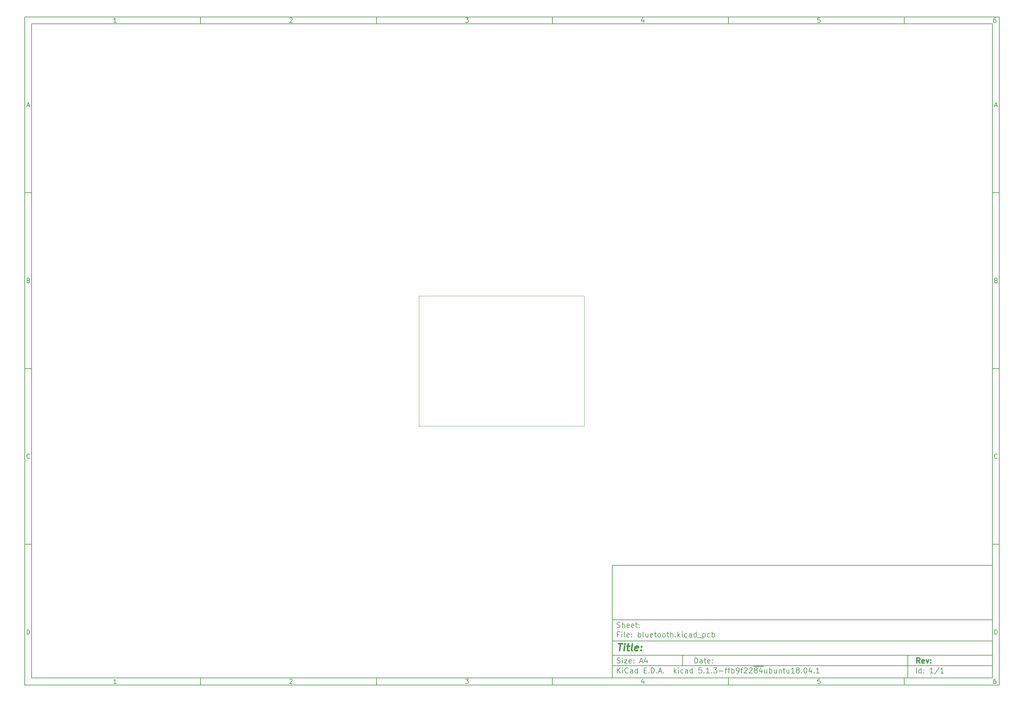
<source format=gbr>
%TF.GenerationSoftware,KiCad,Pcbnew,5.1.3-ffb9f22~84~ubuntu18.04.1*%
%TF.CreationDate,2019-07-25T20:39:45+03:00*%
%TF.ProjectId,bluetooth,626c7565-746f-46f7-9468-2e6b69636164,rev?*%
%TF.SameCoordinates,Original*%
%TF.FileFunction,Profile,NP*%
%FSLAX45Y45*%
G04 Gerber Fmt 4.5, Leading zero omitted, Abs format (unit mm)*
G04 Created by KiCad (PCBNEW 5.1.3-ffb9f22~84~ubuntu18.04.1) date 2019-07-25 20:39:45*
%MOMM*%
%LPD*%
G04 APERTURE LIST*
%ADD10C,0.100000*%
%ADD11C,0.150000*%
%ADD12C,0.300000*%
%ADD13C,0.400000*%
G04 APERTURE END LIST*
D10*
D11*
X17700220Y-16600720D02*
X17700220Y-19800720D01*
X28500220Y-19800720D01*
X28500220Y-16600720D01*
X17700220Y-16600720D01*
D10*
D11*
X1000000Y-1000000D02*
X1000000Y-20000720D01*
X28700220Y-20000720D01*
X28700220Y-1000000D01*
X1000000Y-1000000D01*
D10*
D11*
X1200000Y-1200000D02*
X1200000Y-19800720D01*
X28500220Y-19800720D01*
X28500220Y-1200000D01*
X1200000Y-1200000D01*
D10*
D11*
X6000000Y-1200000D02*
X6000000Y-1000000D01*
D10*
D11*
X11000000Y-1200000D02*
X11000000Y-1000000D01*
D10*
D11*
X16000000Y-1200000D02*
X16000000Y-1000000D01*
D10*
D11*
X21000000Y-1200000D02*
X21000000Y-1000000D01*
D10*
D11*
X26000000Y-1200000D02*
X26000000Y-1000000D01*
D10*
D11*
X3606548Y-1158810D02*
X3532262Y-1158810D01*
X3569405Y-1158810D02*
X3569405Y-1028809D01*
X3557024Y-1047381D01*
X3544643Y-1059762D01*
X3532262Y-1065952D01*
D10*
D11*
X8532262Y-1041190D02*
X8538452Y-1035000D01*
X8550833Y-1028809D01*
X8581786Y-1028809D01*
X8594167Y-1035000D01*
X8600357Y-1041190D01*
X8606548Y-1053571D01*
X8606548Y-1065952D01*
X8600357Y-1084524D01*
X8526071Y-1158810D01*
X8606548Y-1158810D01*
D10*
D11*
X13526071Y-1028809D02*
X13606548Y-1028809D01*
X13563214Y-1078333D01*
X13581786Y-1078333D01*
X13594167Y-1084524D01*
X13600357Y-1090714D01*
X13606548Y-1103095D01*
X13606548Y-1134048D01*
X13600357Y-1146429D01*
X13594167Y-1152619D01*
X13581786Y-1158810D01*
X13544643Y-1158810D01*
X13532262Y-1152619D01*
X13526071Y-1146429D01*
D10*
D11*
X18594167Y-1072143D02*
X18594167Y-1158810D01*
X18563214Y-1022619D02*
X18532262Y-1115476D01*
X18612738Y-1115476D01*
D10*
D11*
X23600357Y-1028809D02*
X23538452Y-1028809D01*
X23532262Y-1090714D01*
X23538452Y-1084524D01*
X23550833Y-1078333D01*
X23581786Y-1078333D01*
X23594167Y-1084524D01*
X23600357Y-1090714D01*
X23606548Y-1103095D01*
X23606548Y-1134048D01*
X23600357Y-1146429D01*
X23594167Y-1152619D01*
X23581786Y-1158810D01*
X23550833Y-1158810D01*
X23538452Y-1152619D01*
X23532262Y-1146429D01*
D10*
D11*
X28594167Y-1028809D02*
X28569405Y-1028809D01*
X28557024Y-1035000D01*
X28550833Y-1041190D01*
X28538452Y-1059762D01*
X28532262Y-1084524D01*
X28532262Y-1134048D01*
X28538452Y-1146429D01*
X28544643Y-1152619D01*
X28557024Y-1158810D01*
X28581786Y-1158810D01*
X28594167Y-1152619D01*
X28600357Y-1146429D01*
X28606548Y-1134048D01*
X28606548Y-1103095D01*
X28600357Y-1090714D01*
X28594167Y-1084524D01*
X28581786Y-1078333D01*
X28557024Y-1078333D01*
X28544643Y-1084524D01*
X28538452Y-1090714D01*
X28532262Y-1103095D01*
D10*
D11*
X6000000Y-19800720D02*
X6000000Y-20000720D01*
D10*
D11*
X11000000Y-19800720D02*
X11000000Y-20000720D01*
D10*
D11*
X16000000Y-19800720D02*
X16000000Y-20000720D01*
D10*
D11*
X21000000Y-19800720D02*
X21000000Y-20000720D01*
D10*
D11*
X26000000Y-19800720D02*
X26000000Y-20000720D01*
D10*
D11*
X3606548Y-19959530D02*
X3532262Y-19959530D01*
X3569405Y-19959530D02*
X3569405Y-19829530D01*
X3557024Y-19848101D01*
X3544643Y-19860482D01*
X3532262Y-19866672D01*
D10*
D11*
X8532262Y-19841910D02*
X8538452Y-19835720D01*
X8550833Y-19829530D01*
X8581786Y-19829530D01*
X8594167Y-19835720D01*
X8600357Y-19841910D01*
X8606548Y-19854291D01*
X8606548Y-19866672D01*
X8600357Y-19885244D01*
X8526071Y-19959530D01*
X8606548Y-19959530D01*
D10*
D11*
X13526071Y-19829530D02*
X13606548Y-19829530D01*
X13563214Y-19879053D01*
X13581786Y-19879053D01*
X13594167Y-19885244D01*
X13600357Y-19891434D01*
X13606548Y-19903815D01*
X13606548Y-19934768D01*
X13600357Y-19947149D01*
X13594167Y-19953339D01*
X13581786Y-19959530D01*
X13544643Y-19959530D01*
X13532262Y-19953339D01*
X13526071Y-19947149D01*
D10*
D11*
X18594167Y-19872863D02*
X18594167Y-19959530D01*
X18563214Y-19823339D02*
X18532262Y-19916196D01*
X18612738Y-19916196D01*
D10*
D11*
X23600357Y-19829530D02*
X23538452Y-19829530D01*
X23532262Y-19891434D01*
X23538452Y-19885244D01*
X23550833Y-19879053D01*
X23581786Y-19879053D01*
X23594167Y-19885244D01*
X23600357Y-19891434D01*
X23606548Y-19903815D01*
X23606548Y-19934768D01*
X23600357Y-19947149D01*
X23594167Y-19953339D01*
X23581786Y-19959530D01*
X23550833Y-19959530D01*
X23538452Y-19953339D01*
X23532262Y-19947149D01*
D10*
D11*
X28594167Y-19829530D02*
X28569405Y-19829530D01*
X28557024Y-19835720D01*
X28550833Y-19841910D01*
X28538452Y-19860482D01*
X28532262Y-19885244D01*
X28532262Y-19934768D01*
X28538452Y-19947149D01*
X28544643Y-19953339D01*
X28557024Y-19959530D01*
X28581786Y-19959530D01*
X28594167Y-19953339D01*
X28600357Y-19947149D01*
X28606548Y-19934768D01*
X28606548Y-19903815D01*
X28600357Y-19891434D01*
X28594167Y-19885244D01*
X28581786Y-19879053D01*
X28557024Y-19879053D01*
X28544643Y-19885244D01*
X28538452Y-19891434D01*
X28532262Y-19903815D01*
D10*
D11*
X1000000Y-6000000D02*
X1200000Y-6000000D01*
D10*
D11*
X1000000Y-11000000D02*
X1200000Y-11000000D01*
D10*
D11*
X1000000Y-16000000D02*
X1200000Y-16000000D01*
D10*
D11*
X1069048Y-3521667D02*
X1130952Y-3521667D01*
X1056667Y-3558809D02*
X1100000Y-3428809D01*
X1143333Y-3558809D01*
D10*
D11*
X1109286Y-8490714D02*
X1127857Y-8496905D01*
X1134048Y-8503095D01*
X1140238Y-8515476D01*
X1140238Y-8534048D01*
X1134048Y-8546429D01*
X1127857Y-8552619D01*
X1115476Y-8558810D01*
X1065952Y-8558810D01*
X1065952Y-8428810D01*
X1109286Y-8428810D01*
X1121667Y-8435000D01*
X1127857Y-8441190D01*
X1134048Y-8453571D01*
X1134048Y-8465952D01*
X1127857Y-8478333D01*
X1121667Y-8484524D01*
X1109286Y-8490714D01*
X1065952Y-8490714D01*
D10*
D11*
X1140238Y-13546428D02*
X1134048Y-13552619D01*
X1115476Y-13558809D01*
X1103095Y-13558809D01*
X1084524Y-13552619D01*
X1072143Y-13540238D01*
X1065952Y-13527857D01*
X1059762Y-13503095D01*
X1059762Y-13484524D01*
X1065952Y-13459762D01*
X1072143Y-13447381D01*
X1084524Y-13435000D01*
X1103095Y-13428809D01*
X1115476Y-13428809D01*
X1134048Y-13435000D01*
X1140238Y-13441190D01*
D10*
D11*
X1065952Y-18558810D02*
X1065952Y-18428810D01*
X1096905Y-18428810D01*
X1115476Y-18435000D01*
X1127857Y-18447381D01*
X1134048Y-18459762D01*
X1140238Y-18484524D01*
X1140238Y-18503095D01*
X1134048Y-18527857D01*
X1127857Y-18540238D01*
X1115476Y-18552619D01*
X1096905Y-18558810D01*
X1065952Y-18558810D01*
D10*
D11*
X28700220Y-6000000D02*
X28500220Y-6000000D01*
D10*
D11*
X28700220Y-11000000D02*
X28500220Y-11000000D01*
D10*
D11*
X28700220Y-16000000D02*
X28500220Y-16000000D01*
D10*
D11*
X28569268Y-3521667D02*
X28631172Y-3521667D01*
X28556887Y-3558809D02*
X28600220Y-3428809D01*
X28643553Y-3558809D01*
D10*
D11*
X28609506Y-8490714D02*
X28628077Y-8496905D01*
X28634268Y-8503095D01*
X28640458Y-8515476D01*
X28640458Y-8534048D01*
X28634268Y-8546429D01*
X28628077Y-8552619D01*
X28615696Y-8558810D01*
X28566172Y-8558810D01*
X28566172Y-8428810D01*
X28609506Y-8428810D01*
X28621887Y-8435000D01*
X28628077Y-8441190D01*
X28634268Y-8453571D01*
X28634268Y-8465952D01*
X28628077Y-8478333D01*
X28621887Y-8484524D01*
X28609506Y-8490714D01*
X28566172Y-8490714D01*
D10*
D11*
X28640458Y-13546428D02*
X28634268Y-13552619D01*
X28615696Y-13558809D01*
X28603315Y-13558809D01*
X28584744Y-13552619D01*
X28572363Y-13540238D01*
X28566172Y-13527857D01*
X28559982Y-13503095D01*
X28559982Y-13484524D01*
X28566172Y-13459762D01*
X28572363Y-13447381D01*
X28584744Y-13435000D01*
X28603315Y-13428809D01*
X28615696Y-13428809D01*
X28634268Y-13435000D01*
X28640458Y-13441190D01*
D10*
D11*
X28566172Y-18558810D02*
X28566172Y-18428810D01*
X28597125Y-18428810D01*
X28615696Y-18435000D01*
X28628077Y-18447381D01*
X28634268Y-18459762D01*
X28640458Y-18484524D01*
X28640458Y-18503095D01*
X28634268Y-18527857D01*
X28628077Y-18540238D01*
X28615696Y-18552619D01*
X28597125Y-18558810D01*
X28566172Y-18558810D01*
D10*
D11*
X20043434Y-19378577D02*
X20043434Y-19228577D01*
X20079149Y-19228577D01*
X20100577Y-19235720D01*
X20114863Y-19250006D01*
X20122006Y-19264291D01*
X20129149Y-19292863D01*
X20129149Y-19314291D01*
X20122006Y-19342863D01*
X20114863Y-19357149D01*
X20100577Y-19371434D01*
X20079149Y-19378577D01*
X20043434Y-19378577D01*
X20257720Y-19378577D02*
X20257720Y-19300006D01*
X20250577Y-19285720D01*
X20236291Y-19278577D01*
X20207720Y-19278577D01*
X20193434Y-19285720D01*
X20257720Y-19371434D02*
X20243434Y-19378577D01*
X20207720Y-19378577D01*
X20193434Y-19371434D01*
X20186291Y-19357149D01*
X20186291Y-19342863D01*
X20193434Y-19328577D01*
X20207720Y-19321434D01*
X20243434Y-19321434D01*
X20257720Y-19314291D01*
X20307720Y-19278577D02*
X20364863Y-19278577D01*
X20329149Y-19228577D02*
X20329149Y-19357149D01*
X20336291Y-19371434D01*
X20350577Y-19378577D01*
X20364863Y-19378577D01*
X20472006Y-19371434D02*
X20457720Y-19378577D01*
X20429149Y-19378577D01*
X20414863Y-19371434D01*
X20407720Y-19357149D01*
X20407720Y-19300006D01*
X20414863Y-19285720D01*
X20429149Y-19278577D01*
X20457720Y-19278577D01*
X20472006Y-19285720D01*
X20479149Y-19300006D01*
X20479149Y-19314291D01*
X20407720Y-19328577D01*
X20543434Y-19364291D02*
X20550577Y-19371434D01*
X20543434Y-19378577D01*
X20536291Y-19371434D01*
X20543434Y-19364291D01*
X20543434Y-19378577D01*
X20543434Y-19285720D02*
X20550577Y-19292863D01*
X20543434Y-19300006D01*
X20536291Y-19292863D01*
X20543434Y-19285720D01*
X20543434Y-19300006D01*
D10*
D11*
X17700220Y-19450720D02*
X28500220Y-19450720D01*
D10*
D11*
X17843434Y-19658577D02*
X17843434Y-19508577D01*
X17929149Y-19658577D02*
X17864863Y-19572863D01*
X17929149Y-19508577D02*
X17843434Y-19594291D01*
X17993434Y-19658577D02*
X17993434Y-19558577D01*
X17993434Y-19508577D02*
X17986291Y-19515720D01*
X17993434Y-19522863D01*
X18000577Y-19515720D01*
X17993434Y-19508577D01*
X17993434Y-19522863D01*
X18150577Y-19644291D02*
X18143434Y-19651434D01*
X18122006Y-19658577D01*
X18107720Y-19658577D01*
X18086291Y-19651434D01*
X18072006Y-19637149D01*
X18064863Y-19622863D01*
X18057720Y-19594291D01*
X18057720Y-19572863D01*
X18064863Y-19544291D01*
X18072006Y-19530006D01*
X18086291Y-19515720D01*
X18107720Y-19508577D01*
X18122006Y-19508577D01*
X18143434Y-19515720D01*
X18150577Y-19522863D01*
X18279149Y-19658577D02*
X18279149Y-19580006D01*
X18272006Y-19565720D01*
X18257720Y-19558577D01*
X18229149Y-19558577D01*
X18214863Y-19565720D01*
X18279149Y-19651434D02*
X18264863Y-19658577D01*
X18229149Y-19658577D01*
X18214863Y-19651434D01*
X18207720Y-19637149D01*
X18207720Y-19622863D01*
X18214863Y-19608577D01*
X18229149Y-19601434D01*
X18264863Y-19601434D01*
X18279149Y-19594291D01*
X18414863Y-19658577D02*
X18414863Y-19508577D01*
X18414863Y-19651434D02*
X18400577Y-19658577D01*
X18372006Y-19658577D01*
X18357720Y-19651434D01*
X18350577Y-19644291D01*
X18343434Y-19630006D01*
X18343434Y-19587149D01*
X18350577Y-19572863D01*
X18357720Y-19565720D01*
X18372006Y-19558577D01*
X18400577Y-19558577D01*
X18414863Y-19565720D01*
X18600577Y-19580006D02*
X18650577Y-19580006D01*
X18672006Y-19658577D02*
X18600577Y-19658577D01*
X18600577Y-19508577D01*
X18672006Y-19508577D01*
X18736291Y-19644291D02*
X18743434Y-19651434D01*
X18736291Y-19658577D01*
X18729149Y-19651434D01*
X18736291Y-19644291D01*
X18736291Y-19658577D01*
X18807720Y-19658577D02*
X18807720Y-19508577D01*
X18843434Y-19508577D01*
X18864863Y-19515720D01*
X18879149Y-19530006D01*
X18886291Y-19544291D01*
X18893434Y-19572863D01*
X18893434Y-19594291D01*
X18886291Y-19622863D01*
X18879149Y-19637149D01*
X18864863Y-19651434D01*
X18843434Y-19658577D01*
X18807720Y-19658577D01*
X18957720Y-19644291D02*
X18964863Y-19651434D01*
X18957720Y-19658577D01*
X18950577Y-19651434D01*
X18957720Y-19644291D01*
X18957720Y-19658577D01*
X19022006Y-19615720D02*
X19093434Y-19615720D01*
X19007720Y-19658577D02*
X19057720Y-19508577D01*
X19107720Y-19658577D01*
X19157720Y-19644291D02*
X19164863Y-19651434D01*
X19157720Y-19658577D01*
X19150577Y-19651434D01*
X19157720Y-19644291D01*
X19157720Y-19658577D01*
X19457720Y-19658577D02*
X19457720Y-19508577D01*
X19472006Y-19601434D02*
X19514863Y-19658577D01*
X19514863Y-19558577D02*
X19457720Y-19615720D01*
X19579149Y-19658577D02*
X19579149Y-19558577D01*
X19579149Y-19508577D02*
X19572006Y-19515720D01*
X19579149Y-19522863D01*
X19586291Y-19515720D01*
X19579149Y-19508577D01*
X19579149Y-19522863D01*
X19714863Y-19651434D02*
X19700577Y-19658577D01*
X19672006Y-19658577D01*
X19657720Y-19651434D01*
X19650577Y-19644291D01*
X19643434Y-19630006D01*
X19643434Y-19587149D01*
X19650577Y-19572863D01*
X19657720Y-19565720D01*
X19672006Y-19558577D01*
X19700577Y-19558577D01*
X19714863Y-19565720D01*
X19843434Y-19658577D02*
X19843434Y-19580006D01*
X19836291Y-19565720D01*
X19822006Y-19558577D01*
X19793434Y-19558577D01*
X19779149Y-19565720D01*
X19843434Y-19651434D02*
X19829149Y-19658577D01*
X19793434Y-19658577D01*
X19779149Y-19651434D01*
X19772006Y-19637149D01*
X19772006Y-19622863D01*
X19779149Y-19608577D01*
X19793434Y-19601434D01*
X19829149Y-19601434D01*
X19843434Y-19594291D01*
X19979149Y-19658577D02*
X19979149Y-19508577D01*
X19979149Y-19651434D02*
X19964863Y-19658577D01*
X19936291Y-19658577D01*
X19922006Y-19651434D01*
X19914863Y-19644291D01*
X19907720Y-19630006D01*
X19907720Y-19587149D01*
X19914863Y-19572863D01*
X19922006Y-19565720D01*
X19936291Y-19558577D01*
X19964863Y-19558577D01*
X19979149Y-19565720D01*
X20236291Y-19508577D02*
X20164863Y-19508577D01*
X20157720Y-19580006D01*
X20164863Y-19572863D01*
X20179149Y-19565720D01*
X20214863Y-19565720D01*
X20229149Y-19572863D01*
X20236291Y-19580006D01*
X20243434Y-19594291D01*
X20243434Y-19630006D01*
X20236291Y-19644291D01*
X20229149Y-19651434D01*
X20214863Y-19658577D01*
X20179149Y-19658577D01*
X20164863Y-19651434D01*
X20157720Y-19644291D01*
X20307720Y-19644291D02*
X20314863Y-19651434D01*
X20307720Y-19658577D01*
X20300577Y-19651434D01*
X20307720Y-19644291D01*
X20307720Y-19658577D01*
X20457720Y-19658577D02*
X20372006Y-19658577D01*
X20414863Y-19658577D02*
X20414863Y-19508577D01*
X20400577Y-19530006D01*
X20386291Y-19544291D01*
X20372006Y-19551434D01*
X20522006Y-19644291D02*
X20529149Y-19651434D01*
X20522006Y-19658577D01*
X20514863Y-19651434D01*
X20522006Y-19644291D01*
X20522006Y-19658577D01*
X20579149Y-19508577D02*
X20672006Y-19508577D01*
X20622006Y-19565720D01*
X20643434Y-19565720D01*
X20657720Y-19572863D01*
X20664863Y-19580006D01*
X20672006Y-19594291D01*
X20672006Y-19630006D01*
X20664863Y-19644291D01*
X20657720Y-19651434D01*
X20643434Y-19658577D01*
X20600577Y-19658577D01*
X20586291Y-19651434D01*
X20579149Y-19644291D01*
X20736291Y-19601434D02*
X20850577Y-19601434D01*
X20900577Y-19558577D02*
X20957720Y-19558577D01*
X20922006Y-19658577D02*
X20922006Y-19530006D01*
X20929149Y-19515720D01*
X20943434Y-19508577D01*
X20957720Y-19508577D01*
X20986291Y-19558577D02*
X21043434Y-19558577D01*
X21007720Y-19658577D02*
X21007720Y-19530006D01*
X21014863Y-19515720D01*
X21029149Y-19508577D01*
X21043434Y-19508577D01*
X21093434Y-19658577D02*
X21093434Y-19508577D01*
X21093434Y-19565720D02*
X21107720Y-19558577D01*
X21136291Y-19558577D01*
X21150577Y-19565720D01*
X21157720Y-19572863D01*
X21164863Y-19587149D01*
X21164863Y-19630006D01*
X21157720Y-19644291D01*
X21150577Y-19651434D01*
X21136291Y-19658577D01*
X21107720Y-19658577D01*
X21093434Y-19651434D01*
X21236291Y-19658577D02*
X21264863Y-19658577D01*
X21279149Y-19651434D01*
X21286291Y-19644291D01*
X21300577Y-19622863D01*
X21307720Y-19594291D01*
X21307720Y-19537149D01*
X21300577Y-19522863D01*
X21293434Y-19515720D01*
X21279149Y-19508577D01*
X21250577Y-19508577D01*
X21236291Y-19515720D01*
X21229149Y-19522863D01*
X21222006Y-19537149D01*
X21222006Y-19572863D01*
X21229149Y-19587149D01*
X21236291Y-19594291D01*
X21250577Y-19601434D01*
X21279149Y-19601434D01*
X21293434Y-19594291D01*
X21300577Y-19587149D01*
X21307720Y-19572863D01*
X21350577Y-19558577D02*
X21407720Y-19558577D01*
X21372006Y-19658577D02*
X21372006Y-19530006D01*
X21379149Y-19515720D01*
X21393434Y-19508577D01*
X21407720Y-19508577D01*
X21450577Y-19522863D02*
X21457720Y-19515720D01*
X21472006Y-19508577D01*
X21507720Y-19508577D01*
X21522006Y-19515720D01*
X21529149Y-19522863D01*
X21536291Y-19537149D01*
X21536291Y-19551434D01*
X21529149Y-19572863D01*
X21443434Y-19658577D01*
X21536291Y-19658577D01*
X21593434Y-19522863D02*
X21600577Y-19515720D01*
X21614863Y-19508577D01*
X21650577Y-19508577D01*
X21664863Y-19515720D01*
X21672006Y-19522863D01*
X21679149Y-19537149D01*
X21679149Y-19551434D01*
X21672006Y-19572863D01*
X21586291Y-19658577D01*
X21679149Y-19658577D01*
X21707720Y-19467720D02*
X21850577Y-19467720D01*
X21764863Y-19572863D02*
X21750577Y-19565720D01*
X21743434Y-19558577D01*
X21736291Y-19544291D01*
X21736291Y-19537149D01*
X21743434Y-19522863D01*
X21750577Y-19515720D01*
X21764863Y-19508577D01*
X21793434Y-19508577D01*
X21807720Y-19515720D01*
X21814863Y-19522863D01*
X21822006Y-19537149D01*
X21822006Y-19544291D01*
X21814863Y-19558577D01*
X21807720Y-19565720D01*
X21793434Y-19572863D01*
X21764863Y-19572863D01*
X21750577Y-19580006D01*
X21743434Y-19587149D01*
X21736291Y-19601434D01*
X21736291Y-19630006D01*
X21743434Y-19644291D01*
X21750577Y-19651434D01*
X21764863Y-19658577D01*
X21793434Y-19658577D01*
X21807720Y-19651434D01*
X21814863Y-19644291D01*
X21822006Y-19630006D01*
X21822006Y-19601434D01*
X21814863Y-19587149D01*
X21807720Y-19580006D01*
X21793434Y-19572863D01*
X21850577Y-19467720D02*
X21993434Y-19467720D01*
X21950577Y-19558577D02*
X21950577Y-19658577D01*
X21914863Y-19501434D02*
X21879149Y-19608577D01*
X21972006Y-19608577D01*
X22093434Y-19558577D02*
X22093434Y-19658577D01*
X22029149Y-19558577D02*
X22029149Y-19637149D01*
X22036291Y-19651434D01*
X22050577Y-19658577D01*
X22072006Y-19658577D01*
X22086291Y-19651434D01*
X22093434Y-19644291D01*
X22164863Y-19658577D02*
X22164863Y-19508577D01*
X22164863Y-19565720D02*
X22179149Y-19558577D01*
X22207720Y-19558577D01*
X22222006Y-19565720D01*
X22229149Y-19572863D01*
X22236291Y-19587149D01*
X22236291Y-19630006D01*
X22229149Y-19644291D01*
X22222006Y-19651434D01*
X22207720Y-19658577D01*
X22179149Y-19658577D01*
X22164863Y-19651434D01*
X22364863Y-19558577D02*
X22364863Y-19658577D01*
X22300577Y-19558577D02*
X22300577Y-19637149D01*
X22307720Y-19651434D01*
X22322006Y-19658577D01*
X22343434Y-19658577D01*
X22357720Y-19651434D01*
X22364863Y-19644291D01*
X22436291Y-19558577D02*
X22436291Y-19658577D01*
X22436291Y-19572863D02*
X22443434Y-19565720D01*
X22457720Y-19558577D01*
X22479148Y-19558577D01*
X22493434Y-19565720D01*
X22500577Y-19580006D01*
X22500577Y-19658577D01*
X22550577Y-19558577D02*
X22607720Y-19558577D01*
X22572006Y-19508577D02*
X22572006Y-19637149D01*
X22579148Y-19651434D01*
X22593434Y-19658577D01*
X22607720Y-19658577D01*
X22722006Y-19558577D02*
X22722006Y-19658577D01*
X22657720Y-19558577D02*
X22657720Y-19637149D01*
X22664863Y-19651434D01*
X22679148Y-19658577D01*
X22700577Y-19658577D01*
X22714863Y-19651434D01*
X22722006Y-19644291D01*
X22872006Y-19658577D02*
X22786291Y-19658577D01*
X22829148Y-19658577D02*
X22829148Y-19508577D01*
X22814863Y-19530006D01*
X22800577Y-19544291D01*
X22786291Y-19551434D01*
X22957720Y-19572863D02*
X22943434Y-19565720D01*
X22936291Y-19558577D01*
X22929148Y-19544291D01*
X22929148Y-19537149D01*
X22936291Y-19522863D01*
X22943434Y-19515720D01*
X22957720Y-19508577D01*
X22986291Y-19508577D01*
X23000577Y-19515720D01*
X23007720Y-19522863D01*
X23014863Y-19537149D01*
X23014863Y-19544291D01*
X23007720Y-19558577D01*
X23000577Y-19565720D01*
X22986291Y-19572863D01*
X22957720Y-19572863D01*
X22943434Y-19580006D01*
X22936291Y-19587149D01*
X22929148Y-19601434D01*
X22929148Y-19630006D01*
X22936291Y-19644291D01*
X22943434Y-19651434D01*
X22957720Y-19658577D01*
X22986291Y-19658577D01*
X23000577Y-19651434D01*
X23007720Y-19644291D01*
X23014863Y-19630006D01*
X23014863Y-19601434D01*
X23007720Y-19587149D01*
X23000577Y-19580006D01*
X22986291Y-19572863D01*
X23079148Y-19644291D02*
X23086291Y-19651434D01*
X23079148Y-19658577D01*
X23072006Y-19651434D01*
X23079148Y-19644291D01*
X23079148Y-19658577D01*
X23179148Y-19508577D02*
X23193434Y-19508577D01*
X23207720Y-19515720D01*
X23214863Y-19522863D01*
X23222006Y-19537149D01*
X23229148Y-19565720D01*
X23229148Y-19601434D01*
X23222006Y-19630006D01*
X23214863Y-19644291D01*
X23207720Y-19651434D01*
X23193434Y-19658577D01*
X23179148Y-19658577D01*
X23164863Y-19651434D01*
X23157720Y-19644291D01*
X23150577Y-19630006D01*
X23143434Y-19601434D01*
X23143434Y-19565720D01*
X23150577Y-19537149D01*
X23157720Y-19522863D01*
X23164863Y-19515720D01*
X23179148Y-19508577D01*
X23357720Y-19558577D02*
X23357720Y-19658577D01*
X23322006Y-19501434D02*
X23286291Y-19608577D01*
X23379148Y-19608577D01*
X23436291Y-19644291D02*
X23443434Y-19651434D01*
X23436291Y-19658577D01*
X23429148Y-19651434D01*
X23436291Y-19644291D01*
X23436291Y-19658577D01*
X23586291Y-19658577D02*
X23500577Y-19658577D01*
X23543434Y-19658577D02*
X23543434Y-19508577D01*
X23529148Y-19530006D01*
X23514863Y-19544291D01*
X23500577Y-19551434D01*
D10*
D11*
X17700220Y-19150720D02*
X28500220Y-19150720D01*
D10*
D12*
X26441148Y-19378577D02*
X26391148Y-19307149D01*
X26355434Y-19378577D02*
X26355434Y-19228577D01*
X26412577Y-19228577D01*
X26426863Y-19235720D01*
X26434006Y-19242863D01*
X26441148Y-19257149D01*
X26441148Y-19278577D01*
X26434006Y-19292863D01*
X26426863Y-19300006D01*
X26412577Y-19307149D01*
X26355434Y-19307149D01*
X26562577Y-19371434D02*
X26548291Y-19378577D01*
X26519720Y-19378577D01*
X26505434Y-19371434D01*
X26498291Y-19357149D01*
X26498291Y-19300006D01*
X26505434Y-19285720D01*
X26519720Y-19278577D01*
X26548291Y-19278577D01*
X26562577Y-19285720D01*
X26569720Y-19300006D01*
X26569720Y-19314291D01*
X26498291Y-19328577D01*
X26619720Y-19278577D02*
X26655434Y-19378577D01*
X26691148Y-19278577D01*
X26748291Y-19364291D02*
X26755434Y-19371434D01*
X26748291Y-19378577D01*
X26741148Y-19371434D01*
X26748291Y-19364291D01*
X26748291Y-19378577D01*
X26748291Y-19285720D02*
X26755434Y-19292863D01*
X26748291Y-19300006D01*
X26741148Y-19292863D01*
X26748291Y-19285720D01*
X26748291Y-19300006D01*
D10*
D11*
X17836291Y-19371434D02*
X17857720Y-19378577D01*
X17893434Y-19378577D01*
X17907720Y-19371434D01*
X17914863Y-19364291D01*
X17922006Y-19350006D01*
X17922006Y-19335720D01*
X17914863Y-19321434D01*
X17907720Y-19314291D01*
X17893434Y-19307149D01*
X17864863Y-19300006D01*
X17850577Y-19292863D01*
X17843434Y-19285720D01*
X17836291Y-19271434D01*
X17836291Y-19257149D01*
X17843434Y-19242863D01*
X17850577Y-19235720D01*
X17864863Y-19228577D01*
X17900577Y-19228577D01*
X17922006Y-19235720D01*
X17986291Y-19378577D02*
X17986291Y-19278577D01*
X17986291Y-19228577D02*
X17979149Y-19235720D01*
X17986291Y-19242863D01*
X17993434Y-19235720D01*
X17986291Y-19228577D01*
X17986291Y-19242863D01*
X18043434Y-19278577D02*
X18122006Y-19278577D01*
X18043434Y-19378577D01*
X18122006Y-19378577D01*
X18236291Y-19371434D02*
X18222006Y-19378577D01*
X18193434Y-19378577D01*
X18179149Y-19371434D01*
X18172006Y-19357149D01*
X18172006Y-19300006D01*
X18179149Y-19285720D01*
X18193434Y-19278577D01*
X18222006Y-19278577D01*
X18236291Y-19285720D01*
X18243434Y-19300006D01*
X18243434Y-19314291D01*
X18172006Y-19328577D01*
X18307720Y-19364291D02*
X18314863Y-19371434D01*
X18307720Y-19378577D01*
X18300577Y-19371434D01*
X18307720Y-19364291D01*
X18307720Y-19378577D01*
X18307720Y-19285720D02*
X18314863Y-19292863D01*
X18307720Y-19300006D01*
X18300577Y-19292863D01*
X18307720Y-19285720D01*
X18307720Y-19300006D01*
X18486291Y-19335720D02*
X18557720Y-19335720D01*
X18472006Y-19378577D02*
X18522006Y-19228577D01*
X18572006Y-19378577D01*
X18686291Y-19278577D02*
X18686291Y-19378577D01*
X18650577Y-19221434D02*
X18614863Y-19328577D01*
X18707720Y-19328577D01*
D10*
D11*
X26343434Y-19658577D02*
X26343434Y-19508577D01*
X26479148Y-19658577D02*
X26479148Y-19508577D01*
X26479148Y-19651434D02*
X26464863Y-19658577D01*
X26436291Y-19658577D01*
X26422006Y-19651434D01*
X26414863Y-19644291D01*
X26407720Y-19630006D01*
X26407720Y-19587149D01*
X26414863Y-19572863D01*
X26422006Y-19565720D01*
X26436291Y-19558577D01*
X26464863Y-19558577D01*
X26479148Y-19565720D01*
X26550577Y-19644291D02*
X26557720Y-19651434D01*
X26550577Y-19658577D01*
X26543434Y-19651434D01*
X26550577Y-19644291D01*
X26550577Y-19658577D01*
X26550577Y-19565720D02*
X26557720Y-19572863D01*
X26550577Y-19580006D01*
X26543434Y-19572863D01*
X26550577Y-19565720D01*
X26550577Y-19580006D01*
X26814863Y-19658577D02*
X26729148Y-19658577D01*
X26772006Y-19658577D02*
X26772006Y-19508577D01*
X26757720Y-19530006D01*
X26743434Y-19544291D01*
X26729148Y-19551434D01*
X26986291Y-19501434D02*
X26857720Y-19694291D01*
X27114863Y-19658577D02*
X27029148Y-19658577D01*
X27072006Y-19658577D02*
X27072006Y-19508577D01*
X27057720Y-19530006D01*
X27043434Y-19544291D01*
X27029148Y-19551434D01*
D10*
D11*
X17700220Y-18750720D02*
X28500220Y-18750720D01*
D10*
D13*
X17871458Y-18821196D02*
X17985744Y-18821196D01*
X17903601Y-19021196D02*
X17928601Y-18821196D01*
X18027410Y-19021196D02*
X18044077Y-18887863D01*
X18052410Y-18821196D02*
X18041696Y-18830720D01*
X18050030Y-18840244D01*
X18060744Y-18830720D01*
X18052410Y-18821196D01*
X18050030Y-18840244D01*
X18110744Y-18887863D02*
X18186934Y-18887863D01*
X18147649Y-18821196D02*
X18126220Y-18992625D01*
X18133363Y-19011672D01*
X18151220Y-19021196D01*
X18170268Y-19021196D01*
X18265506Y-19021196D02*
X18247649Y-19011672D01*
X18240506Y-18992625D01*
X18261934Y-18821196D01*
X18419077Y-19011672D02*
X18398839Y-19021196D01*
X18360744Y-19021196D01*
X18342887Y-19011672D01*
X18335744Y-18992625D01*
X18345268Y-18916434D01*
X18357172Y-18897387D01*
X18377410Y-18887863D01*
X18415506Y-18887863D01*
X18433363Y-18897387D01*
X18440506Y-18916434D01*
X18438125Y-18935482D01*
X18340506Y-18954530D01*
X18515506Y-19002149D02*
X18523839Y-19011672D01*
X18513125Y-19021196D01*
X18504791Y-19011672D01*
X18515506Y-19002149D01*
X18513125Y-19021196D01*
X18528601Y-18897387D02*
X18536934Y-18906910D01*
X18526220Y-18916434D01*
X18517887Y-18906910D01*
X18528601Y-18897387D01*
X18526220Y-18916434D01*
D10*
D11*
X17893434Y-18560006D02*
X17843434Y-18560006D01*
X17843434Y-18638577D02*
X17843434Y-18488577D01*
X17914863Y-18488577D01*
X17972006Y-18638577D02*
X17972006Y-18538577D01*
X17972006Y-18488577D02*
X17964863Y-18495720D01*
X17972006Y-18502863D01*
X17979149Y-18495720D01*
X17972006Y-18488577D01*
X17972006Y-18502863D01*
X18064863Y-18638577D02*
X18050577Y-18631434D01*
X18043434Y-18617149D01*
X18043434Y-18488577D01*
X18179149Y-18631434D02*
X18164863Y-18638577D01*
X18136291Y-18638577D01*
X18122006Y-18631434D01*
X18114863Y-18617149D01*
X18114863Y-18560006D01*
X18122006Y-18545720D01*
X18136291Y-18538577D01*
X18164863Y-18538577D01*
X18179149Y-18545720D01*
X18186291Y-18560006D01*
X18186291Y-18574291D01*
X18114863Y-18588577D01*
X18250577Y-18624291D02*
X18257720Y-18631434D01*
X18250577Y-18638577D01*
X18243434Y-18631434D01*
X18250577Y-18624291D01*
X18250577Y-18638577D01*
X18250577Y-18545720D02*
X18257720Y-18552863D01*
X18250577Y-18560006D01*
X18243434Y-18552863D01*
X18250577Y-18545720D01*
X18250577Y-18560006D01*
X18436291Y-18638577D02*
X18436291Y-18488577D01*
X18436291Y-18545720D02*
X18450577Y-18538577D01*
X18479149Y-18538577D01*
X18493434Y-18545720D01*
X18500577Y-18552863D01*
X18507720Y-18567149D01*
X18507720Y-18610006D01*
X18500577Y-18624291D01*
X18493434Y-18631434D01*
X18479149Y-18638577D01*
X18450577Y-18638577D01*
X18436291Y-18631434D01*
X18593434Y-18638577D02*
X18579149Y-18631434D01*
X18572006Y-18617149D01*
X18572006Y-18488577D01*
X18714863Y-18538577D02*
X18714863Y-18638577D01*
X18650577Y-18538577D02*
X18650577Y-18617149D01*
X18657720Y-18631434D01*
X18672006Y-18638577D01*
X18693434Y-18638577D01*
X18707720Y-18631434D01*
X18714863Y-18624291D01*
X18843434Y-18631434D02*
X18829149Y-18638577D01*
X18800577Y-18638577D01*
X18786291Y-18631434D01*
X18779149Y-18617149D01*
X18779149Y-18560006D01*
X18786291Y-18545720D01*
X18800577Y-18538577D01*
X18829149Y-18538577D01*
X18843434Y-18545720D01*
X18850577Y-18560006D01*
X18850577Y-18574291D01*
X18779149Y-18588577D01*
X18893434Y-18538577D02*
X18950577Y-18538577D01*
X18914863Y-18488577D02*
X18914863Y-18617149D01*
X18922006Y-18631434D01*
X18936291Y-18638577D01*
X18950577Y-18638577D01*
X19022006Y-18638577D02*
X19007720Y-18631434D01*
X19000577Y-18624291D01*
X18993434Y-18610006D01*
X18993434Y-18567149D01*
X19000577Y-18552863D01*
X19007720Y-18545720D01*
X19022006Y-18538577D01*
X19043434Y-18538577D01*
X19057720Y-18545720D01*
X19064863Y-18552863D01*
X19072006Y-18567149D01*
X19072006Y-18610006D01*
X19064863Y-18624291D01*
X19057720Y-18631434D01*
X19043434Y-18638577D01*
X19022006Y-18638577D01*
X19157720Y-18638577D02*
X19143434Y-18631434D01*
X19136291Y-18624291D01*
X19129149Y-18610006D01*
X19129149Y-18567149D01*
X19136291Y-18552863D01*
X19143434Y-18545720D01*
X19157720Y-18538577D01*
X19179149Y-18538577D01*
X19193434Y-18545720D01*
X19200577Y-18552863D01*
X19207720Y-18567149D01*
X19207720Y-18610006D01*
X19200577Y-18624291D01*
X19193434Y-18631434D01*
X19179149Y-18638577D01*
X19157720Y-18638577D01*
X19250577Y-18538577D02*
X19307720Y-18538577D01*
X19272006Y-18488577D02*
X19272006Y-18617149D01*
X19279149Y-18631434D01*
X19293434Y-18638577D01*
X19307720Y-18638577D01*
X19357720Y-18638577D02*
X19357720Y-18488577D01*
X19422006Y-18638577D02*
X19422006Y-18560006D01*
X19414863Y-18545720D01*
X19400577Y-18538577D01*
X19379149Y-18538577D01*
X19364863Y-18545720D01*
X19357720Y-18552863D01*
X19493434Y-18624291D02*
X19500577Y-18631434D01*
X19493434Y-18638577D01*
X19486291Y-18631434D01*
X19493434Y-18624291D01*
X19493434Y-18638577D01*
X19564863Y-18638577D02*
X19564863Y-18488577D01*
X19579149Y-18581434D02*
X19622006Y-18638577D01*
X19622006Y-18538577D02*
X19564863Y-18595720D01*
X19686291Y-18638577D02*
X19686291Y-18538577D01*
X19686291Y-18488577D02*
X19679149Y-18495720D01*
X19686291Y-18502863D01*
X19693434Y-18495720D01*
X19686291Y-18488577D01*
X19686291Y-18502863D01*
X19822006Y-18631434D02*
X19807720Y-18638577D01*
X19779149Y-18638577D01*
X19764863Y-18631434D01*
X19757720Y-18624291D01*
X19750577Y-18610006D01*
X19750577Y-18567149D01*
X19757720Y-18552863D01*
X19764863Y-18545720D01*
X19779149Y-18538577D01*
X19807720Y-18538577D01*
X19822006Y-18545720D01*
X19950577Y-18638577D02*
X19950577Y-18560006D01*
X19943434Y-18545720D01*
X19929149Y-18538577D01*
X19900577Y-18538577D01*
X19886291Y-18545720D01*
X19950577Y-18631434D02*
X19936291Y-18638577D01*
X19900577Y-18638577D01*
X19886291Y-18631434D01*
X19879149Y-18617149D01*
X19879149Y-18602863D01*
X19886291Y-18588577D01*
X19900577Y-18581434D01*
X19936291Y-18581434D01*
X19950577Y-18574291D01*
X20086291Y-18638577D02*
X20086291Y-18488577D01*
X20086291Y-18631434D02*
X20072006Y-18638577D01*
X20043434Y-18638577D01*
X20029149Y-18631434D01*
X20022006Y-18624291D01*
X20014863Y-18610006D01*
X20014863Y-18567149D01*
X20022006Y-18552863D01*
X20029149Y-18545720D01*
X20043434Y-18538577D01*
X20072006Y-18538577D01*
X20086291Y-18545720D01*
X20122006Y-18652863D02*
X20236291Y-18652863D01*
X20272006Y-18538577D02*
X20272006Y-18688577D01*
X20272006Y-18545720D02*
X20286291Y-18538577D01*
X20314863Y-18538577D01*
X20329149Y-18545720D01*
X20336291Y-18552863D01*
X20343434Y-18567149D01*
X20343434Y-18610006D01*
X20336291Y-18624291D01*
X20329149Y-18631434D01*
X20314863Y-18638577D01*
X20286291Y-18638577D01*
X20272006Y-18631434D01*
X20472006Y-18631434D02*
X20457720Y-18638577D01*
X20429149Y-18638577D01*
X20414863Y-18631434D01*
X20407720Y-18624291D01*
X20400577Y-18610006D01*
X20400577Y-18567149D01*
X20407720Y-18552863D01*
X20414863Y-18545720D01*
X20429149Y-18538577D01*
X20457720Y-18538577D01*
X20472006Y-18545720D01*
X20536291Y-18638577D02*
X20536291Y-18488577D01*
X20536291Y-18545720D02*
X20550577Y-18538577D01*
X20579149Y-18538577D01*
X20593434Y-18545720D01*
X20600577Y-18552863D01*
X20607720Y-18567149D01*
X20607720Y-18610006D01*
X20600577Y-18624291D01*
X20593434Y-18631434D01*
X20579149Y-18638577D01*
X20550577Y-18638577D01*
X20536291Y-18631434D01*
D10*
D11*
X17700220Y-18150720D02*
X28500220Y-18150720D01*
D10*
D11*
X17836291Y-18361434D02*
X17857720Y-18368577D01*
X17893434Y-18368577D01*
X17907720Y-18361434D01*
X17914863Y-18354291D01*
X17922006Y-18340006D01*
X17922006Y-18325720D01*
X17914863Y-18311434D01*
X17907720Y-18304291D01*
X17893434Y-18297149D01*
X17864863Y-18290006D01*
X17850577Y-18282863D01*
X17843434Y-18275720D01*
X17836291Y-18261434D01*
X17836291Y-18247149D01*
X17843434Y-18232863D01*
X17850577Y-18225720D01*
X17864863Y-18218577D01*
X17900577Y-18218577D01*
X17922006Y-18225720D01*
X17986291Y-18368577D02*
X17986291Y-18218577D01*
X18050577Y-18368577D02*
X18050577Y-18290006D01*
X18043434Y-18275720D01*
X18029149Y-18268577D01*
X18007720Y-18268577D01*
X17993434Y-18275720D01*
X17986291Y-18282863D01*
X18179149Y-18361434D02*
X18164863Y-18368577D01*
X18136291Y-18368577D01*
X18122006Y-18361434D01*
X18114863Y-18347149D01*
X18114863Y-18290006D01*
X18122006Y-18275720D01*
X18136291Y-18268577D01*
X18164863Y-18268577D01*
X18179149Y-18275720D01*
X18186291Y-18290006D01*
X18186291Y-18304291D01*
X18114863Y-18318577D01*
X18307720Y-18361434D02*
X18293434Y-18368577D01*
X18264863Y-18368577D01*
X18250577Y-18361434D01*
X18243434Y-18347149D01*
X18243434Y-18290006D01*
X18250577Y-18275720D01*
X18264863Y-18268577D01*
X18293434Y-18268577D01*
X18307720Y-18275720D01*
X18314863Y-18290006D01*
X18314863Y-18304291D01*
X18243434Y-18318577D01*
X18357720Y-18268577D02*
X18414863Y-18268577D01*
X18379149Y-18218577D02*
X18379149Y-18347149D01*
X18386291Y-18361434D01*
X18400577Y-18368577D01*
X18414863Y-18368577D01*
X18464863Y-18354291D02*
X18472006Y-18361434D01*
X18464863Y-18368577D01*
X18457720Y-18361434D01*
X18464863Y-18354291D01*
X18464863Y-18368577D01*
X18464863Y-18275720D02*
X18472006Y-18282863D01*
X18464863Y-18290006D01*
X18457720Y-18282863D01*
X18464863Y-18275720D01*
X18464863Y-18290006D01*
D10*
D11*
X19700220Y-19150720D02*
X19700220Y-19450720D01*
D10*
D11*
X26100220Y-19150720D02*
X26100220Y-19800720D01*
D10*
X12204000Y-12634000D02*
X12204000Y-8934000D01*
X12304000Y-12634000D02*
X12204000Y-12634000D01*
X16904000Y-12634000D02*
X12304000Y-12634000D01*
X16904000Y-8934000D02*
X16904000Y-12634000D01*
X16804000Y-8934000D02*
X16904000Y-8934000D01*
X12204000Y-8934000D02*
X16804000Y-8934000D01*
M02*

</source>
